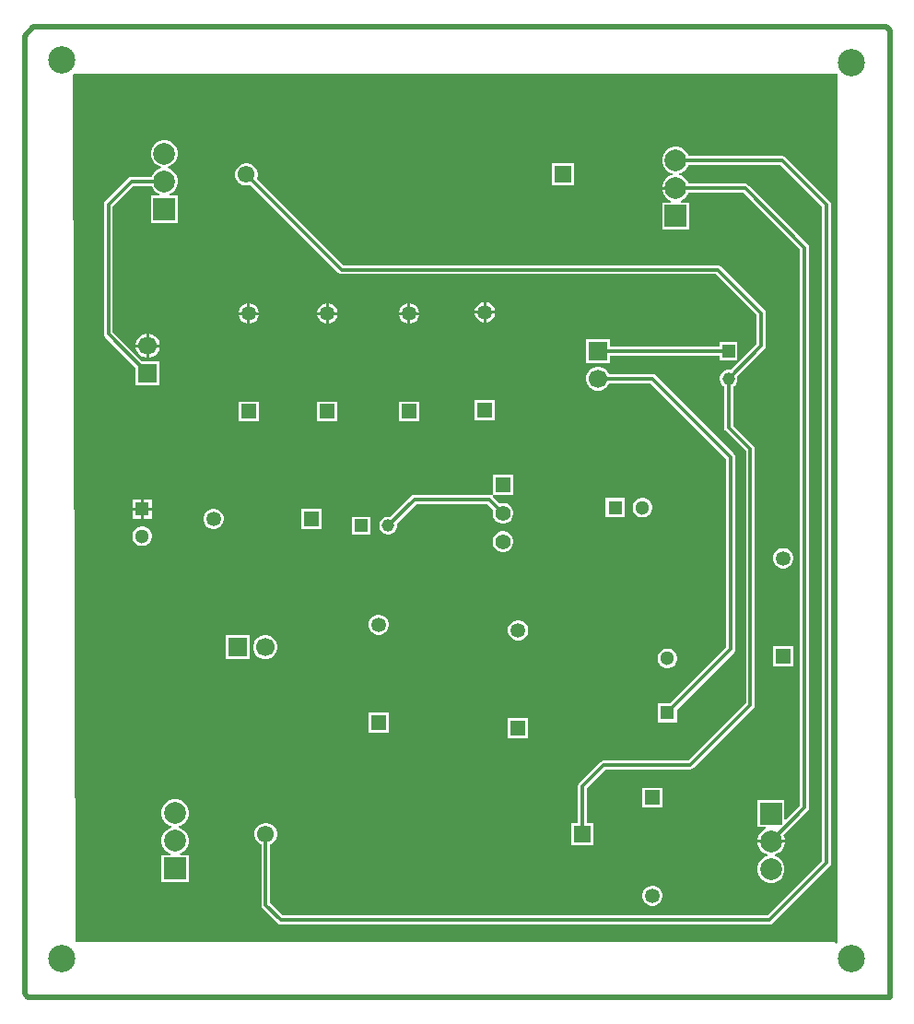
<source format=gbl>
G04*
G04 #@! TF.GenerationSoftware,Altium Limited,Altium Designer,22.9.1 (49)*
G04*
G04 Layer_Physical_Order=2*
G04 Layer_Color=16711680*
%FSLAX25Y25*%
%MOIN*%
G70*
G04*
G04 #@! TF.SameCoordinates,E0007E1A-B842-4F06-B59B-3BF212909B56*
G04*
G04*
G04 #@! TF.FilePolarity,Positive*
G04*
G01*
G75*
%ADD16R,0.07874X0.07874*%
%ADD17C,0.07874*%
%ADD18C,0.04528*%
%ADD19R,0.04528X0.04528*%
%ADD20C,0.06102*%
%ADD21R,0.06102X0.06102*%
%ADD25C,0.05118*%
%ADD26R,0.05118X0.05118*%
%ADD32R,0.04528X0.04528*%
%ADD35C,0.01968*%
%ADD36C,0.01260*%
%ADD37C,0.01181*%
%ADD38C,0.05315*%
%ADD39R,0.05315X0.05315*%
%ADD40R,0.05315X0.05315*%
%ADD41R,0.05118X0.05118*%
%ADD42R,0.06693X0.06693*%
%ADD43C,0.06693*%
%ADD44R,0.05512X0.05512*%
%ADD45C,0.05512*%
%ADD46R,0.06693X0.06693*%
%ADD47C,0.09843*%
G36*
X300000Y23488D02*
X299538Y23297D01*
X299016Y23819D01*
X24409D01*
X23426Y337441D01*
X23779Y337795D01*
X300000D01*
Y23488D01*
D02*
G37*
%LPC*%
G36*
X204842Y305390D02*
X196772D01*
Y297319D01*
X204842D01*
Y305390D01*
D02*
G37*
G36*
X57152Y313854D02*
X55856D01*
X54604Y313519D01*
X53482Y312871D01*
X52566Y311955D01*
X51918Y310833D01*
X51583Y309581D01*
Y308285D01*
X51918Y307033D01*
X52566Y305911D01*
X53482Y304995D01*
X54604Y304347D01*
X55257Y304172D01*
Y303655D01*
X54604Y303480D01*
X53482Y302832D01*
X52566Y301915D01*
X51918Y300793D01*
X51850Y300539D01*
X44563D01*
X43933Y300414D01*
X43399Y300058D01*
X35057Y291715D01*
X34700Y291181D01*
X34575Y290551D01*
Y243638D01*
X34700Y243008D01*
X35057Y242474D01*
X46173Y231358D01*
Y225024D01*
X54835D01*
Y233685D01*
X48501D01*
X37866Y244320D01*
Y289869D01*
X45245Y297248D01*
X51850D01*
X51918Y296994D01*
X52566Y295872D01*
X53482Y294956D01*
X54604Y294308D01*
X54725Y294276D01*
X54659Y293776D01*
X51583D01*
Y283933D01*
X61425D01*
Y293776D01*
X58349D01*
X58283Y294276D01*
X58403Y294308D01*
X59526Y294956D01*
X60442Y295872D01*
X61090Y296994D01*
X61425Y298246D01*
Y299542D01*
X61090Y300793D01*
X60442Y301915D01*
X59526Y302832D01*
X58403Y303480D01*
X57750Y303655D01*
Y304172D01*
X58403Y304347D01*
X59526Y304995D01*
X60442Y305911D01*
X61090Y307033D01*
X61425Y308285D01*
Y309581D01*
X61090Y310833D01*
X60442Y311955D01*
X59526Y312871D01*
X58403Y313519D01*
X57152Y313854D01*
D02*
G37*
G36*
X173004Y255223D02*
Y252071D01*
X176156D01*
X175912Y252983D01*
X175431Y253817D01*
X174750Y254498D01*
X173916Y254979D01*
X173004Y255223D01*
D02*
G37*
G36*
X172004Y255223D02*
X171092Y254979D01*
X170258Y254498D01*
X169577Y253817D01*
X169096Y252983D01*
X168851Y252071D01*
X172004D01*
Y255223D01*
D02*
G37*
G36*
X145504Y254723D02*
Y251571D01*
X148656D01*
X148412Y252483D01*
X147931Y253317D01*
X147250Y253998D01*
X146416Y254479D01*
X145504Y254723D01*
D02*
G37*
G36*
X116004D02*
Y251571D01*
X119157D01*
X118912Y252483D01*
X118431Y253317D01*
X117750Y253998D01*
X116916Y254479D01*
X116004Y254723D01*
D02*
G37*
G36*
X87504D02*
Y251571D01*
X90657D01*
X90412Y252483D01*
X89931Y253317D01*
X89250Y253998D01*
X88416Y254479D01*
X87504Y254723D01*
D02*
G37*
G36*
X115004Y254723D02*
X114092Y254479D01*
X113258Y253998D01*
X112577Y253317D01*
X112096Y252483D01*
X111851Y251571D01*
X115004D01*
Y254723D01*
D02*
G37*
G36*
X144504D02*
X143592Y254479D01*
X142758Y253998D01*
X142077Y253317D01*
X141596Y252483D01*
X141351Y251571D01*
X144504D01*
Y254723D01*
D02*
G37*
G36*
X86504D02*
X85592Y254479D01*
X84758Y253998D01*
X84077Y253317D01*
X83596Y252483D01*
X83351Y251571D01*
X86504D01*
Y254723D01*
D02*
G37*
G36*
X176156Y251071D02*
X173004D01*
Y247918D01*
X173916Y248163D01*
X174750Y248644D01*
X175431Y249325D01*
X175912Y250159D01*
X176156Y251071D01*
D02*
G37*
G36*
X172004D02*
X168851D01*
X169096Y250159D01*
X169577Y249325D01*
X170258Y248644D01*
X171092Y248163D01*
X172004Y247918D01*
Y251071D01*
D02*
G37*
G36*
X148656Y250571D02*
X145504D01*
Y247418D01*
X146416Y247663D01*
X147250Y248144D01*
X147931Y248825D01*
X148412Y249659D01*
X148656Y250571D01*
D02*
G37*
G36*
X119157D02*
X116004D01*
Y247418D01*
X116916Y247663D01*
X117750Y248144D01*
X118431Y248825D01*
X118912Y249659D01*
X119157Y250571D01*
D02*
G37*
G36*
X90657D02*
X87504D01*
Y247418D01*
X88416Y247663D01*
X89250Y248144D01*
X89931Y248825D01*
X90412Y249659D01*
X90657Y250571D01*
D02*
G37*
G36*
X86504D02*
X83351D01*
X83596Y249659D01*
X84077Y248825D01*
X84758Y248144D01*
X85592Y247663D01*
X86504Y247418D01*
Y250571D01*
D02*
G37*
G36*
X115004D02*
X111851D01*
X112096Y249659D01*
X112577Y248825D01*
X113258Y248144D01*
X114092Y247663D01*
X115004Y247418D01*
Y250571D01*
D02*
G37*
G36*
X144504D02*
X141351D01*
X141596Y249659D01*
X142077Y248825D01*
X142758Y248144D01*
X143592Y247663D01*
X144504Y247418D01*
Y250571D01*
D02*
G37*
G36*
X51076Y243701D02*
X51004D01*
Y239854D01*
X54850D01*
Y239927D01*
X54554Y241032D01*
X53982Y242023D01*
X53173Y242832D01*
X52182Y243405D01*
X51076Y243701D01*
D02*
G37*
G36*
X50004D02*
X49932D01*
X48826Y243405D01*
X47835Y242832D01*
X47026Y242023D01*
X46454Y241032D01*
X46158Y239927D01*
Y239854D01*
X50004D01*
Y243701D01*
D02*
G37*
G36*
X54850Y238854D02*
X51004D01*
Y235008D01*
X51076D01*
X52182Y235304D01*
X53173Y235876D01*
X53982Y236685D01*
X54554Y237677D01*
X54850Y238782D01*
Y238854D01*
D02*
G37*
G36*
X50004D02*
X46158D01*
Y238782D01*
X46454Y237677D01*
X47026Y236685D01*
X47835Y235876D01*
X48826Y235304D01*
X49932Y235008D01*
X50004D01*
Y238854D01*
D02*
G37*
G36*
X217717Y241890D02*
X209055D01*
Y233228D01*
X217717D01*
Y235953D01*
X257382D01*
Y234154D01*
X263878D01*
Y240650D01*
X257382D01*
Y239165D01*
X217717D01*
Y241890D01*
D02*
G37*
G36*
X86732Y305390D02*
X85669D01*
X84643Y305115D01*
X83723Y304584D01*
X82972Y303832D01*
X82440Y302912D01*
X82165Y301886D01*
Y300823D01*
X82440Y299797D01*
X82972Y298877D01*
X83723Y298125D01*
X84643Y297594D01*
X85669Y297319D01*
X86732D01*
X87705Y297580D01*
X119491Y265794D01*
X119491Y265794D01*
X120011Y265446D01*
X120626Y265323D01*
X256028D01*
X270835Y250516D01*
Y240035D01*
X261491Y230691D01*
X261057Y230807D01*
X260202D01*
X259376Y230586D01*
X258636Y230158D01*
X258031Y229553D01*
X257603Y228813D01*
X257382Y227987D01*
Y227131D01*
X257603Y226305D01*
X258031Y225565D01*
X258636Y224960D01*
X259024Y224736D01*
Y209843D01*
X259024Y209842D01*
X259146Y209228D01*
X259494Y208707D01*
X266898Y201303D01*
Y110114D01*
X246185Y89401D01*
X215354D01*
X214740Y89279D01*
X214219Y88931D01*
X214219Y88931D01*
X206672Y81383D01*
X206324Y80862D01*
X206201Y80248D01*
X206201Y80248D01*
Y66890D01*
X203772D01*
Y58819D01*
X211842D01*
Y66890D01*
X209413D01*
Y79583D01*
X216019Y86190D01*
X246850D01*
X246850Y86190D01*
X247465Y86312D01*
X247986Y86660D01*
X269639Y108313D01*
X269639Y108314D01*
X269987Y108834D01*
X270110Y109449D01*
Y201969D01*
X270110Y201969D01*
X269987Y202583D01*
X269639Y203104D01*
X269639Y203104D01*
X262236Y210508D01*
Y224736D01*
X262624Y224960D01*
X263229Y225565D01*
X263657Y226305D01*
X263878Y227131D01*
Y227987D01*
X263762Y228420D01*
X273576Y238235D01*
X273924Y238756D01*
X274047Y239370D01*
X274047Y239370D01*
Y251181D01*
X274047Y251181D01*
X273924Y251796D01*
X273576Y252316D01*
X273576Y252316D01*
X257828Y268064D01*
X257307Y268413D01*
X256693Y268535D01*
X256693Y268535D01*
X121291D01*
X89976Y299850D01*
X90236Y300823D01*
Y301886D01*
X89961Y302912D01*
X89430Y303832D01*
X88679Y304584D01*
X87758Y305115D01*
X86732Y305390D01*
D02*
G37*
G36*
X176146Y219779D02*
X168862D01*
Y212496D01*
X176146D01*
Y219779D01*
D02*
G37*
G36*
X148646Y219280D02*
X141362D01*
Y211996D01*
X148646D01*
Y219280D01*
D02*
G37*
G36*
X119146D02*
X111862D01*
Y211996D01*
X119146D01*
Y219280D01*
D02*
G37*
G36*
X90646D02*
X83362D01*
Y211996D01*
X90646D01*
Y219280D01*
D02*
G37*
G36*
X182744Y192831D02*
X175264D01*
Y185796D01*
X175264Y185508D01*
X174827Y185199D01*
X174618Y185338D01*
X174004Y185460D01*
X174004Y185460D01*
X147004D01*
X147004Y185460D01*
X146389Y185338D01*
X145869Y184990D01*
X138365Y177486D01*
X137932Y177602D01*
X137076D01*
X136250Y177381D01*
X135510Y176953D01*
X134905Y176349D01*
X134477Y175608D01*
X134256Y174782D01*
Y173927D01*
X134477Y173101D01*
X134905Y172360D01*
X135510Y171755D01*
X136250Y171328D01*
X137076Y171106D01*
X137932D01*
X138758Y171328D01*
X139498Y171755D01*
X140103Y172360D01*
X140531Y173101D01*
X140752Y173927D01*
Y174782D01*
X140636Y175215D01*
X147669Y182249D01*
X173339D01*
X175470Y180117D01*
X175264Y179347D01*
Y178362D01*
X175519Y177411D01*
X176011Y176558D01*
X176707Y175862D01*
X177560Y175369D01*
X178512Y175114D01*
X179496D01*
X180448Y175369D01*
X181300Y175862D01*
X181997Y176558D01*
X182489Y177411D01*
X182744Y178362D01*
Y179347D01*
X182489Y180298D01*
X181997Y181151D01*
X181300Y181847D01*
X180448Y182340D01*
X179496Y182595D01*
X178512D01*
X177741Y182388D01*
X175279Y184850D01*
X175476Y185350D01*
X175699Y185350D01*
X182744D01*
Y192831D01*
D02*
G37*
G36*
X52063Y183913D02*
X49004D01*
Y180854D01*
X52063D01*
Y183913D01*
D02*
G37*
G36*
X48004D02*
X44945D01*
Y180854D01*
X48004D01*
Y183913D01*
D02*
G37*
G36*
X229892Y184398D02*
X228959D01*
X228058Y184156D01*
X227250Y183690D01*
X226590Y183030D01*
X226123Y182222D01*
X225882Y181321D01*
Y180388D01*
X226123Y179487D01*
X226590Y178679D01*
X227250Y178019D01*
X228058Y177552D01*
X228959Y177311D01*
X229892D01*
X230793Y177552D01*
X231601Y178019D01*
X232260Y178679D01*
X232727Y179487D01*
X232968Y180388D01*
Y181321D01*
X232727Y182222D01*
X232260Y183030D01*
X231601Y183690D01*
X230793Y184156D01*
X229892Y184398D01*
D02*
G37*
G36*
X223126D02*
X216039D01*
Y177311D01*
X223126D01*
Y184398D01*
D02*
G37*
G36*
X52063Y179854D02*
X49004D01*
Y176795D01*
X52063D01*
Y179854D01*
D02*
G37*
G36*
X48004D02*
X44945D01*
Y176795D01*
X48004D01*
Y179854D01*
D02*
G37*
G36*
X113362Y180496D02*
X106079D01*
Y173213D01*
X113362D01*
Y180496D01*
D02*
G37*
G36*
X74767D02*
X73808D01*
X72882Y180248D01*
X72051Y179768D01*
X71373Y179090D01*
X70894Y178260D01*
X70646Y177334D01*
Y176375D01*
X70894Y175449D01*
X71373Y174618D01*
X72051Y173940D01*
X72882Y173461D01*
X73808Y173213D01*
X74767D01*
X75693Y173461D01*
X76524Y173940D01*
X77201Y174618D01*
X77681Y175449D01*
X77929Y176375D01*
Y177334D01*
X77681Y178260D01*
X77201Y179090D01*
X76524Y179768D01*
X75693Y180248D01*
X74767Y180496D01*
D02*
G37*
G36*
X130909Y177602D02*
X124413D01*
Y171106D01*
X130909D01*
Y177602D01*
D02*
G37*
G36*
X48970Y174055D02*
X48037D01*
X47136Y173814D01*
X46328Y173347D01*
X45669Y172687D01*
X45202Y171879D01*
X44961Y170978D01*
Y170045D01*
X45202Y169144D01*
X45669Y168336D01*
X46328Y167676D01*
X47136Y167210D01*
X48037Y166969D01*
X48970D01*
X49872Y167210D01*
X50680Y167676D01*
X51339Y168336D01*
X51806Y169144D01*
X52047Y170045D01*
Y170978D01*
X51806Y171879D01*
X51339Y172687D01*
X50680Y173347D01*
X49872Y173814D01*
X48970Y174055D01*
D02*
G37*
G36*
X179496Y172358D02*
X178512D01*
X177560Y172103D01*
X176707Y171611D01*
X176011Y170915D01*
X175519Y170062D01*
X175264Y169111D01*
Y168126D01*
X175519Y167174D01*
X176011Y166322D01*
X176707Y165625D01*
X177560Y165133D01*
X178512Y164878D01*
X179496D01*
X180448Y165133D01*
X181300Y165625D01*
X181997Y166322D01*
X182489Y167174D01*
X182744Y168126D01*
Y169111D01*
X182489Y170062D01*
X181997Y170915D01*
X181300Y171611D01*
X180448Y172103D01*
X179496Y172358D01*
D02*
G37*
G36*
X280794Y166240D02*
X279836D01*
X278909Y165992D01*
X278079Y165513D01*
X277401Y164834D01*
X276921Y164004D01*
X276673Y163078D01*
Y162119D01*
X276921Y161193D01*
X277401Y160362D01*
X278079Y159684D01*
X278909Y159205D01*
X279836Y158957D01*
X280794D01*
X281721Y159205D01*
X282551Y159684D01*
X283229Y160362D01*
X283709Y161193D01*
X283957Y162119D01*
Y163078D01*
X283709Y164004D01*
X283229Y164834D01*
X282551Y165513D01*
X281721Y165992D01*
X280794Y166240D01*
D02*
G37*
G36*
X134483Y142213D02*
X133525D01*
X132598Y141964D01*
X131768Y141485D01*
X131090Y140807D01*
X130610Y139977D01*
X130362Y139050D01*
Y138091D01*
X130610Y137165D01*
X131090Y136335D01*
X131768Y135657D01*
X132598Y135177D01*
X133525Y134929D01*
X134483D01*
X135410Y135177D01*
X136240Y135657D01*
X136918Y136335D01*
X137398Y137165D01*
X137646Y138091D01*
Y139050D01*
X137398Y139977D01*
X136918Y140807D01*
X136240Y141485D01*
X135410Y141964D01*
X134483Y142213D01*
D02*
G37*
G36*
X184983Y140213D02*
X184025D01*
X183098Y139964D01*
X182268Y139485D01*
X181590Y138807D01*
X181110Y137977D01*
X180862Y137050D01*
Y136091D01*
X181110Y135165D01*
X181590Y134335D01*
X182268Y133657D01*
X183098Y133177D01*
X184025Y132929D01*
X184983D01*
X185910Y133177D01*
X186740Y133657D01*
X187418Y134335D01*
X187898Y135165D01*
X188146Y136091D01*
Y137050D01*
X187898Y137977D01*
X187418Y138807D01*
X186740Y139485D01*
X185910Y139964D01*
X184983Y140213D01*
D02*
G37*
G36*
X93574Y134685D02*
X92434D01*
X91332Y134390D01*
X90345Y133820D01*
X89539Y133013D01*
X88968Y132026D01*
X88673Y130924D01*
Y129784D01*
X88968Y128683D01*
X89539Y127695D01*
X90345Y126889D01*
X91332Y126319D01*
X92434Y126024D01*
X93574D01*
X94675Y126319D01*
X95663Y126889D01*
X96469Y127695D01*
X97040Y128683D01*
X97335Y129784D01*
Y130924D01*
X97040Y132026D01*
X96469Y133013D01*
X95663Y133820D01*
X94675Y134390D01*
X93574Y134685D01*
D02*
G37*
G36*
X87335D02*
X78673D01*
Y126024D01*
X87335D01*
Y134685D01*
D02*
G37*
G36*
X283957Y130807D02*
X276673D01*
Y123524D01*
X283957D01*
Y130807D01*
D02*
G37*
G36*
X238970Y129898D02*
X238037D01*
X237136Y129656D01*
X236328Y129190D01*
X235669Y128530D01*
X235202Y127722D01*
X234961Y126821D01*
Y125888D01*
X235202Y124987D01*
X235669Y124179D01*
X236328Y123519D01*
X237136Y123053D01*
X238037Y122811D01*
X238970D01*
X239872Y123053D01*
X240680Y123519D01*
X241339Y124179D01*
X241806Y124987D01*
X242047Y125888D01*
Y126821D01*
X241806Y127722D01*
X241339Y128530D01*
X240680Y129190D01*
X239872Y129656D01*
X238970Y129898D01*
D02*
G37*
G36*
X213956Y231890D02*
X212816D01*
X211714Y231595D01*
X210727Y231025D01*
X209920Y230218D01*
X209350Y229231D01*
X209055Y228129D01*
Y226989D01*
X209350Y225887D01*
X209920Y224900D01*
X210727Y224094D01*
X211714Y223523D01*
X212816Y223228D01*
X213956D01*
X215057Y223523D01*
X216045Y224094D01*
X216851Y224900D01*
X217421Y225887D01*
X217428Y225913D01*
X232389D01*
X259858Y198444D01*
Y130351D01*
X239720Y110213D01*
X234961D01*
Y103126D01*
X242047D01*
Y107885D01*
X262668Y128506D01*
X263024Y129040D01*
X263150Y129669D01*
Y199126D01*
X263024Y199756D01*
X262668Y200290D01*
X234235Y228723D01*
X233701Y229080D01*
X233071Y229205D01*
X217428D01*
X217421Y229231D01*
X216851Y230218D01*
X216045Y231025D01*
X215057Y231595D01*
X213956Y231890D01*
D02*
G37*
G36*
X137646Y106780D02*
X130362D01*
Y99496D01*
X137646D01*
Y106780D01*
D02*
G37*
G36*
X188146Y104780D02*
X180862D01*
Y97496D01*
X188146D01*
Y104780D01*
D02*
G37*
G36*
X236713Y79626D02*
X229429D01*
Y72342D01*
X236713D01*
Y79626D01*
D02*
G37*
G36*
X61044Y75315D02*
X59748D01*
X58496Y74980D01*
X57374Y74332D01*
X56458Y73415D01*
X55810Y72293D01*
X55474Y71042D01*
Y69746D01*
X55810Y68494D01*
X56458Y67372D01*
X57374Y66456D01*
X58496Y65808D01*
X59149Y65633D01*
Y65115D01*
X58496Y64940D01*
X57374Y64292D01*
X56458Y63376D01*
X55810Y62254D01*
X55474Y61002D01*
Y59706D01*
X55810Y58455D01*
X56458Y57333D01*
X57374Y56416D01*
X58496Y55768D01*
X58616Y55736D01*
X58551Y55236D01*
X55474D01*
Y45394D01*
X65317D01*
Y55236D01*
X62241D01*
X62175Y55736D01*
X62295Y55768D01*
X63417Y56416D01*
X64334Y57333D01*
X64982Y58455D01*
X65317Y59706D01*
Y61002D01*
X64982Y62254D01*
X64334Y63376D01*
X63417Y64292D01*
X62295Y64940D01*
X61642Y65115D01*
Y65633D01*
X62295Y65808D01*
X63417Y66456D01*
X64334Y67372D01*
X64982Y68494D01*
X65317Y69746D01*
Y71042D01*
X64982Y72293D01*
X64334Y73415D01*
X63417Y74332D01*
X62295Y74980D01*
X61044Y75315D01*
D02*
G37*
G36*
X280892Y59736D02*
X271018D01*
Y59586D01*
X271354Y58331D01*
X272004Y57205D01*
X272923Y56286D01*
X274049Y55636D01*
X274678Y55467D01*
Y54950D01*
X274055Y54783D01*
X272933Y54135D01*
X272017Y53219D01*
X271369Y52096D01*
X271034Y50845D01*
Y49549D01*
X271369Y48297D01*
X272017Y47175D01*
X272933Y46259D01*
X274055Y45611D01*
X275307Y45276D01*
X276603D01*
X277854Y45611D01*
X278976Y46259D01*
X279893Y47175D01*
X280541Y48297D01*
X280876Y49549D01*
Y50845D01*
X280541Y52096D01*
X279893Y53219D01*
X278976Y54135D01*
X277854Y54783D01*
X277232Y54950D01*
Y55467D01*
X277860Y55636D01*
X278986Y56286D01*
X279905Y57205D01*
X280555Y58331D01*
X280892Y59586D01*
Y59736D01*
D02*
G37*
G36*
X233550Y44193D02*
X232591D01*
X231665Y43945D01*
X230835Y43465D01*
X230157Y42787D01*
X229677Y41957D01*
X229429Y41031D01*
Y40072D01*
X229677Y39145D01*
X230157Y38315D01*
X230835Y37637D01*
X231665Y37158D01*
X232591Y36909D01*
X233550D01*
X234476Y37158D01*
X235307Y37637D01*
X235985Y38315D01*
X236464Y39145D01*
X236713Y40072D01*
Y41031D01*
X236464Y41957D01*
X235985Y42787D01*
X235307Y43465D01*
X234476Y43945D01*
X233550Y44193D01*
D02*
G37*
G36*
X242152Y311354D02*
X240856D01*
X239604Y311019D01*
X238482Y310371D01*
X237566Y309455D01*
X236918Y308333D01*
X236583Y307081D01*
Y305785D01*
X236918Y304534D01*
X237566Y303411D01*
X238482Y302495D01*
X239604Y301847D01*
X240227Y301680D01*
Y301163D01*
X239598Y300994D01*
X238473Y300344D01*
X237553Y299425D01*
X236903Y298299D01*
X236567Y297044D01*
Y296894D01*
X241504D01*
Y295894D01*
X236567D01*
Y295744D01*
X236903Y294488D01*
X237553Y293362D01*
X238473Y292443D01*
X239598Y291793D01*
X239664Y291776D01*
X239598Y291276D01*
X236583D01*
Y281433D01*
X246425D01*
Y291276D01*
X243410D01*
X243344Y291776D01*
X243409Y291793D01*
X244535Y292443D01*
X245455Y293362D01*
X246105Y294488D01*
X246174Y294748D01*
X265917D01*
X286543Y274121D01*
Y73035D01*
X281338Y67830D01*
X280876Y68021D01*
Y75197D01*
X271034D01*
Y65354D01*
X274049D01*
X274115Y64854D01*
X274049Y64837D01*
X272923Y64187D01*
X272004Y63268D01*
X271354Y62142D01*
X271018Y60886D01*
Y60736D01*
X280892D01*
Y60886D01*
X280555Y62142D01*
X280464Y62300D01*
X289353Y71189D01*
X289709Y71723D01*
X289835Y72353D01*
Y274803D01*
X289709Y275433D01*
X289353Y275967D01*
X267762Y297557D01*
X267228Y297914D01*
X266598Y298040D01*
X246174D01*
X246105Y298299D01*
X245455Y299425D01*
X244535Y300344D01*
X243409Y300994D01*
X242781Y301163D01*
Y301680D01*
X243404Y301847D01*
X244526Y302495D01*
X245442Y303411D01*
X246090Y304534D01*
X246169Y304827D01*
X279516D01*
X294457Y289886D01*
Y53027D01*
X274729Y33299D01*
X99330D01*
X94806Y37823D01*
Y59122D01*
X95679Y59625D01*
X96430Y60377D01*
X96961Y61297D01*
X97236Y62323D01*
Y63386D01*
X96961Y64412D01*
X96430Y65332D01*
X95679Y66084D01*
X94758Y66615D01*
X93732Y66890D01*
X92669D01*
X91643Y66615D01*
X90723Y66084D01*
X89972Y65332D01*
X89440Y64412D01*
X89165Y63386D01*
Y62323D01*
X89440Y61297D01*
X89972Y60377D01*
X90723Y59625D01*
X91595Y59122D01*
Y37157D01*
X91595Y37157D01*
X91717Y36543D01*
X92065Y36022D01*
X97530Y30558D01*
X97530Y30558D01*
X98051Y30209D01*
X98665Y30087D01*
X275394D01*
X275394Y30087D01*
X276008Y30209D01*
X276529Y30558D01*
X297198Y51227D01*
X297198Y51227D01*
X297546Y51748D01*
X297669Y52362D01*
X297669Y52362D01*
Y290551D01*
X297546Y291166D01*
X297198Y291687D01*
X297198Y291687D01*
X281316Y307568D01*
X280796Y307916D01*
X280181Y308039D01*
X280181Y308039D01*
X246169D01*
X246090Y308333D01*
X245442Y309455D01*
X244526Y310371D01*
X243404Y311019D01*
X242152Y311354D01*
D02*
G37*
%LPD*%
D16*
X56504Y288854D02*
D03*
X241504Y286354D02*
D03*
X60396Y50315D02*
D03*
X275955Y70276D02*
D03*
D17*
X56504Y298894D02*
D03*
Y308933D02*
D03*
X241504Y296394D02*
D03*
Y306433D02*
D03*
X60396Y70394D02*
D03*
Y60354D02*
D03*
X275955Y50197D02*
D03*
Y60236D02*
D03*
D18*
X260630Y227559D02*
D03*
X137504Y174354D02*
D03*
D19*
X260630Y237402D02*
D03*
D20*
X93201Y62854D02*
D03*
X86201Y301354D02*
D03*
D21*
X207807Y62854D02*
D03*
X200807Y301354D02*
D03*
D25*
X48504Y170512D02*
D03*
X238504Y126354D02*
D03*
X229425Y180854D02*
D03*
D26*
X48504Y180354D02*
D03*
X238504Y106669D02*
D03*
D32*
X127661Y174354D02*
D03*
D35*
X317744Y354724D02*
X318898Y353571D01*
X8999Y354724D02*
X317744D01*
X5906Y351631D02*
X8999Y354724D01*
X318898Y3937D02*
Y353571D01*
X7059Y3937D02*
X318898D01*
X5906Y5090D02*
Y351631D01*
Y5090D02*
X7059Y3937D01*
D36*
X241504Y296394D02*
X266598D01*
X288189Y72353D02*
Y274803D01*
X266598Y296394D02*
X288189Y274803D01*
X275955Y60236D02*
X276072D01*
X288189Y72353D01*
X36220Y290551D02*
X44563Y298894D01*
X56504D01*
X36220Y243638D02*
Y290551D01*
Y243638D02*
X50504Y229354D01*
X233071Y227559D02*
X261504Y199126D01*
X213386Y227559D02*
X233071D01*
X238504Y106669D02*
X261504Y129669D01*
Y199126D01*
D37*
X275394Y31693D02*
X296063Y52362D01*
X93201Y37157D02*
X98665Y31693D01*
X275394D01*
X174004Y183854D02*
X179004Y178854D01*
X137504Y174354D02*
X147004Y183854D01*
X174004D01*
X241504Y306433D02*
X280181D01*
X296063Y290551D01*
X93201Y37157D02*
Y62854D01*
X296063Y52362D02*
Y290551D01*
X260630Y209842D02*
Y227559D01*
X268504Y109449D02*
Y201969D01*
X260630Y209842D02*
X268504Y201969D01*
X215354Y87795D02*
X246850D01*
X268504Y109449D01*
X207807Y80248D02*
X215354Y87795D01*
X120626Y266929D02*
X256693D01*
X272441Y239370D02*
Y251181D01*
X256693Y266929D02*
X272441Y251181D01*
X86201Y301354D02*
X120626Y266929D01*
X260630Y227559D02*
X272441Y239370D01*
X213386Y237559D02*
X260472D01*
X260630Y237402D01*
X207807Y62854D02*
Y80248D01*
D38*
X280315Y162598D02*
D03*
X172504Y251571D02*
D03*
X74287Y176854D02*
D03*
X134004Y138571D02*
D03*
X184504Y136571D02*
D03*
X233071Y40551D02*
D03*
X145004Y251071D02*
D03*
X115504D02*
D03*
X87004D02*
D03*
D39*
X280315Y127165D02*
D03*
X172504Y216138D02*
D03*
X134004Y103138D02*
D03*
X184504Y101138D02*
D03*
X233071Y75984D02*
D03*
X145004Y215638D02*
D03*
X115504D02*
D03*
X87004D02*
D03*
D40*
X109721Y176854D02*
D03*
D41*
X219583Y180854D02*
D03*
D42*
X83004Y130354D02*
D03*
D43*
X93004D02*
D03*
X50504Y239354D02*
D03*
X213386Y227559D02*
D03*
D44*
X179004Y189091D02*
D03*
D45*
Y168618D02*
D03*
Y178854D02*
D03*
D46*
X50504Y229354D02*
D03*
X213386Y237559D02*
D03*
D47*
X304921Y17913D02*
D03*
X19488D02*
D03*
X304921Y341732D02*
D03*
X19488Y342717D02*
D03*
M02*

</source>
